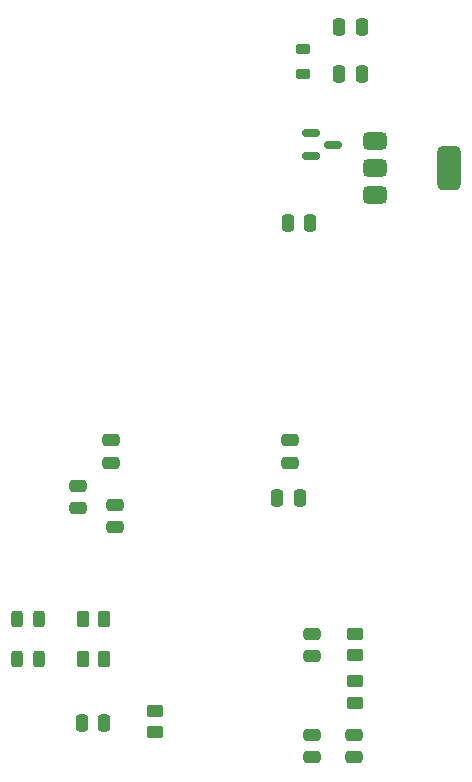
<source format=gbr>
%TF.GenerationSoftware,KiCad,Pcbnew,9.0.7*%
%TF.CreationDate,2026-02-28T16:38:49+05:30*%
%TF.ProjectId,E205 AVR Board design IPD task 1,45323035-2041-4565-9220-426f61726420,rev?*%
%TF.SameCoordinates,Original*%
%TF.FileFunction,Paste,Top*%
%TF.FilePolarity,Positive*%
%FSLAX46Y46*%
G04 Gerber Fmt 4.6, Leading zero omitted, Abs format (unit mm)*
G04 Created by KiCad (PCBNEW 9.0.7) date 2026-02-28 16:38:49*
%MOMM*%
%LPD*%
G01*
G04 APERTURE LIST*
G04 Aperture macros list*
%AMRoundRect*
0 Rectangle with rounded corners*
0 $1 Rounding radius*
0 $2 $3 $4 $5 $6 $7 $8 $9 X,Y pos of 4 corners*
0 Add a 4 corners polygon primitive as box body*
4,1,4,$2,$3,$4,$5,$6,$7,$8,$9,$2,$3,0*
0 Add four circle primitives for the rounded corners*
1,1,$1+$1,$2,$3*
1,1,$1+$1,$4,$5*
1,1,$1+$1,$6,$7*
1,1,$1+$1,$8,$9*
0 Add four rect primitives between the rounded corners*
20,1,$1+$1,$2,$3,$4,$5,0*
20,1,$1+$1,$4,$5,$6,$7,0*
20,1,$1+$1,$6,$7,$8,$9,0*
20,1,$1+$1,$8,$9,$2,$3,0*%
G04 Aperture macros list end*
%ADD10RoundRect,0.250000X-0.450000X0.262500X-0.450000X-0.262500X0.450000X-0.262500X0.450000X0.262500X0*%
%ADD11RoundRect,0.250000X-0.475000X0.250000X-0.475000X-0.250000X0.475000X-0.250000X0.475000X0.250000X0*%
%ADD12RoundRect,0.375000X-0.625000X-0.375000X0.625000X-0.375000X0.625000X0.375000X-0.625000X0.375000X0*%
%ADD13RoundRect,0.500000X-0.500000X-1.400000X0.500000X-1.400000X0.500000X1.400000X-0.500000X1.400000X0*%
%ADD14RoundRect,0.250000X0.262500X0.450000X-0.262500X0.450000X-0.262500X-0.450000X0.262500X-0.450000X0*%
%ADD15RoundRect,0.250000X-0.250000X-0.475000X0.250000X-0.475000X0.250000X0.475000X-0.250000X0.475000X0*%
%ADD16RoundRect,0.250000X0.475000X-0.250000X0.475000X0.250000X-0.475000X0.250000X-0.475000X-0.250000X0*%
%ADD17RoundRect,0.150000X-0.587500X-0.150000X0.587500X-0.150000X0.587500X0.150000X-0.587500X0.150000X0*%
%ADD18RoundRect,0.243750X-0.243750X-0.456250X0.243750X-0.456250X0.243750X0.456250X-0.243750X0.456250X0*%
%ADD19RoundRect,0.218750X-0.381250X0.218750X-0.381250X-0.218750X0.381250X-0.218750X0.381250X0.218750X0*%
%ADD20RoundRect,0.250000X0.250000X0.475000X-0.250000X0.475000X-0.250000X-0.475000X0.250000X-0.475000X0*%
G04 APERTURE END LIST*
D10*
%TO.C,R2*%
X111850000Y-89367500D03*
X111850000Y-91192500D03*
%TD*%
D11*
%TO.C,C4*%
X91250000Y-72980000D03*
X91250000Y-74880000D03*
%TD*%
D12*
%TO.C,U3*%
X113550000Y-47625000D03*
X113550000Y-49925000D03*
D13*
X119850000Y-49925000D03*
D12*
X113550000Y-52225000D03*
%TD*%
D14*
%TO.C,R3*%
X90650000Y-88080000D03*
X88825000Y-88080000D03*
%TD*%
D15*
%TO.C,C10*%
X110550000Y-42000000D03*
X112450000Y-42000000D03*
%TD*%
D16*
%TO.C,C8*%
X88450000Y-78730000D03*
X88450000Y-76830000D03*
%TD*%
D17*
%TO.C,Q1*%
X108162500Y-47000000D03*
X108162500Y-48900000D03*
X110037500Y-47950000D03*
%TD*%
D18*
%TO.C,D2*%
X83275000Y-88080000D03*
X85150000Y-88080000D03*
%TD*%
%TO.C,D3*%
X83275000Y-91480000D03*
X85150000Y-91480000D03*
%TD*%
D19*
%TO.C,FB1*%
X107500000Y-39875000D03*
X107500000Y-42000000D03*
%TD*%
D11*
%TO.C,C2*%
X111820000Y-97930000D03*
X111820000Y-99830000D03*
%TD*%
D14*
%TO.C,R4*%
X90650000Y-91480000D03*
X88825000Y-91480000D03*
%TD*%
D11*
%TO.C,C3*%
X108250000Y-97930000D03*
X108250000Y-99830000D03*
%TD*%
D10*
%TO.C,R5*%
X94950000Y-95875000D03*
X94950000Y-97700000D03*
%TD*%
D15*
%TO.C,C9*%
X110550000Y-37990000D03*
X112450000Y-37990000D03*
%TD*%
D16*
%TO.C,C1*%
X106350000Y-74880000D03*
X106350000Y-72980000D03*
%TD*%
%TO.C,C6*%
X91550000Y-80330000D03*
X91550000Y-78430000D03*
%TD*%
D20*
%TO.C,C7*%
X108100000Y-54600000D03*
X106200000Y-54600000D03*
%TD*%
D15*
%TO.C,C5*%
X105300000Y-77830000D03*
X107200000Y-77830000D03*
%TD*%
D10*
%TO.C,R1*%
X111850000Y-93367500D03*
X111850000Y-95192500D03*
%TD*%
D11*
%TO.C,D1*%
X108250000Y-89355000D03*
X108250000Y-91255000D03*
%TD*%
D15*
%TO.C,C11*%
X88750000Y-96950000D03*
X90650000Y-96950000D03*
%TD*%
M02*

</source>
